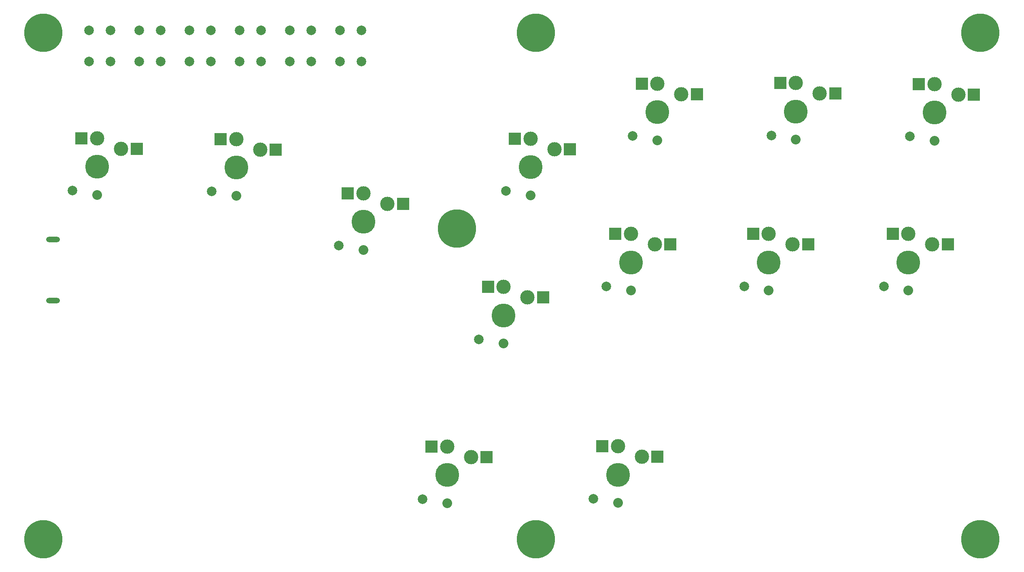
<source format=gbr>
%TF.GenerationSoftware,KiCad,Pcbnew,7.0.6*%
%TF.CreationDate,2024-02-01T15:41:42-05:00*%
%TF.ProjectId,Kolbebox_USB_Passthrough,4b6f6c62-6562-46f7-985f-5553425f5061,rev?*%
%TF.SameCoordinates,Original*%
%TF.FileFunction,Soldermask,Bot*%
%TF.FilePolarity,Negative*%
%FSLAX46Y46*%
G04 Gerber Fmt 4.6, Leading zero omitted, Abs format (unit mm)*
G04 Created by KiCad (PCBNEW 7.0.6) date 2024-02-01 15:41:42*
%MOMM*%
%LPD*%
G01*
G04 APERTURE LIST*
%ADD10C,2.000000*%
%ADD11C,3.000000*%
%ADD12C,5.000000*%
%ADD13R,2.600000X2.600000*%
%ADD14C,2.032000*%
%ADD15C,8.000000*%
%ADD16O,2.900000X1.200000*%
G04 APERTURE END LIST*
D10*
%TO.C,Down/Pin 11*%
X82170000Y-70170000D03*
D11*
X87320000Y-59220000D03*
D12*
X87320000Y-65170000D03*
D11*
X92320000Y-61420000D03*
D13*
X84045000Y-59220000D03*
D14*
X87320000Y-71070000D03*
D13*
X95595000Y-61420000D03*
%TD*%
D10*
%TO.C,Right/Pin 10*%
X108770000Y-81520000D03*
D11*
X113920000Y-70570000D03*
D12*
X113920000Y-76520000D03*
D11*
X118920000Y-72770000D03*
D13*
X110645000Y-70570000D03*
D14*
X113920000Y-82420000D03*
D13*
X122195000Y-72770000D03*
%TD*%
D10*
%TO.C,Up/Pin 9*%
X126280000Y-134570000D03*
D11*
X131430000Y-123620000D03*
D12*
X131430000Y-129570000D03*
D11*
X136430000Y-125820000D03*
D13*
X128155000Y-123620000D03*
D14*
X131430000Y-135470000D03*
D13*
X139705000Y-125820000D03*
%TD*%
D10*
%TO.C,Square/Pin 7*%
X143710000Y-70110000D03*
D11*
X148860000Y-59160000D03*
D12*
X148860000Y-65110000D03*
D11*
X153860000Y-61360000D03*
D13*
X145585000Y-59160000D03*
D14*
X148860000Y-71010000D03*
D13*
X157135000Y-61360000D03*
%TD*%
D10*
%TO.C,Triangle/Pin 5*%
X170270000Y-58580000D03*
D11*
X175420000Y-47630000D03*
D12*
X175420000Y-53580000D03*
D11*
X180420000Y-49830000D03*
D13*
X172145000Y-47630000D03*
D14*
X175420000Y-59480000D03*
D13*
X183695000Y-49830000D03*
%TD*%
D10*
%TO.C,R1/Pin 2*%
X199240000Y-58460000D03*
D11*
X204390000Y-47510000D03*
D12*
X204390000Y-53460000D03*
D11*
X209390000Y-49710000D03*
D13*
X201115000Y-47510000D03*
D14*
X204390000Y-59360000D03*
D13*
X212665000Y-49710000D03*
%TD*%
D10*
%TO.C,L1/Pin 0*%
X228210000Y-58700000D03*
D11*
X233360000Y-47750000D03*
D12*
X233360000Y-53700000D03*
D11*
X238360000Y-49950000D03*
D13*
X230085000Y-47750000D03*
D14*
X233360000Y-59600000D03*
D13*
X241635000Y-49950000D03*
%TD*%
D10*
%TO.C,Cross/Pin 8*%
X138100000Y-101150000D03*
D11*
X143250000Y-90200000D03*
D12*
X143250000Y-96150000D03*
D11*
X148250000Y-92400000D03*
D13*
X139975000Y-90200000D03*
D14*
X143250000Y-102050000D03*
D13*
X151525000Y-92400000D03*
%TD*%
D10*
%TO.C,Circle/Pin 6*%
X164710000Y-90040000D03*
D11*
X169860000Y-79090000D03*
D12*
X169860000Y-85040000D03*
D11*
X174860000Y-81290000D03*
D13*
X166585000Y-79090000D03*
D14*
X169860000Y-90940000D03*
D13*
X178135000Y-81290000D03*
%TD*%
D10*
%TO.C,R2/Pin 3*%
X193560000Y-90040000D03*
D11*
X198710000Y-79090000D03*
D12*
X198710000Y-85040000D03*
D11*
X203710000Y-81290000D03*
D13*
X195435000Y-79090000D03*
D14*
X198710000Y-90940000D03*
D13*
X206985000Y-81290000D03*
%TD*%
D10*
%TO.C,L2/Pin 1*%
X222770000Y-90040000D03*
D11*
X227920000Y-79090000D03*
D12*
X227920000Y-85040000D03*
D11*
X232920000Y-81290000D03*
D13*
X224645000Y-79090000D03*
D14*
X227920000Y-90940000D03*
D13*
X236195000Y-81290000D03*
%TD*%
D15*
%TO.C,H1*%
X47000000Y-37000000D03*
%TD*%
%TO.C,H4*%
X47000000Y-143000000D03*
%TD*%
%TO.C,H6*%
X243000000Y-143000000D03*
%TD*%
%TO.C,H3*%
X243000000Y-37000000D03*
%TD*%
D10*
%TO.C,Left/Pin 12*%
X53075000Y-70050000D03*
D11*
X58225000Y-59100000D03*
D12*
X58225000Y-65050000D03*
D11*
X63225000Y-61300000D03*
D13*
X54950000Y-59100000D03*
D14*
X58225000Y-70950000D03*
D13*
X66500000Y-61300000D03*
%TD*%
D15*
%TO.C,H2*%
X150000000Y-37000000D03*
%TD*%
D10*
%TO.C,SW26*%
X88000000Y-43000000D03*
X88000000Y-36500000D03*
X92500000Y-43000000D03*
X92500000Y-36500000D03*
%TD*%
%TO.C,SW14*%
X67000000Y-43000000D03*
X67000000Y-36500000D03*
X71500000Y-43000000D03*
X71500000Y-36500000D03*
%TD*%
%TO.C,SW27*%
X98500000Y-43000000D03*
X98500000Y-36500000D03*
X103000000Y-43000000D03*
X103000000Y-36500000D03*
%TD*%
%TO.C,SW13*%
X56500000Y-43000000D03*
X56500000Y-36500000D03*
X61000000Y-43000000D03*
X61000000Y-36500000D03*
%TD*%
%TO.C,SW15*%
X77500000Y-43000000D03*
X77500000Y-36500000D03*
X82000000Y-43000000D03*
X82000000Y-36500000D03*
%TD*%
%TO.C,SW28*%
X109000000Y-43000000D03*
X109000000Y-36500000D03*
X113500000Y-43000000D03*
X113500000Y-36500000D03*
%TD*%
D15*
%TO.C,H7*%
X133500000Y-78000000D03*
%TD*%
%TO.C,H5*%
X150000000Y-143000000D03*
%TD*%
D16*
%TO.C,USB Passthrough*%
X49010000Y-80260000D03*
X49010000Y-93060000D03*
%TD*%
D10*
%TO.C,R3/Pin 4*%
X162011554Y-134505918D03*
D11*
X167161554Y-123555918D03*
D12*
X167161554Y-129505918D03*
D11*
X172161554Y-125755918D03*
D13*
X163886554Y-123555918D03*
D14*
X167161554Y-135405918D03*
D13*
X175436554Y-125755918D03*
%TD*%
M02*

</source>
